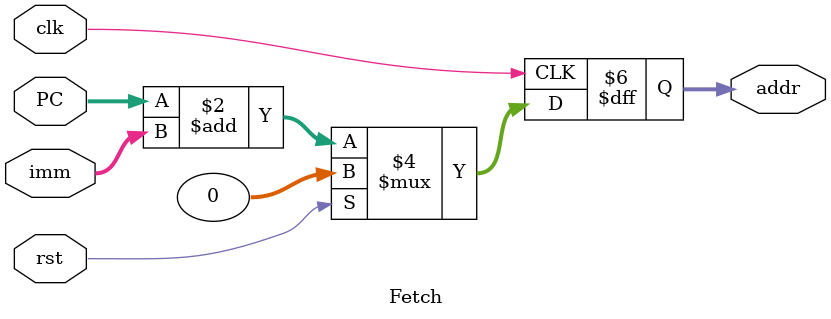
<source format=v>
`timescale 1ns / 1ps


module Fetch(input clk, rst, input [31:0] PC, imm, output reg [31:0] addr);
    always@(posedge clk) begin
        if (rst)
            addr = 32'd0;
        else
            addr = PC + imm; 
    end
endmodule

</source>
